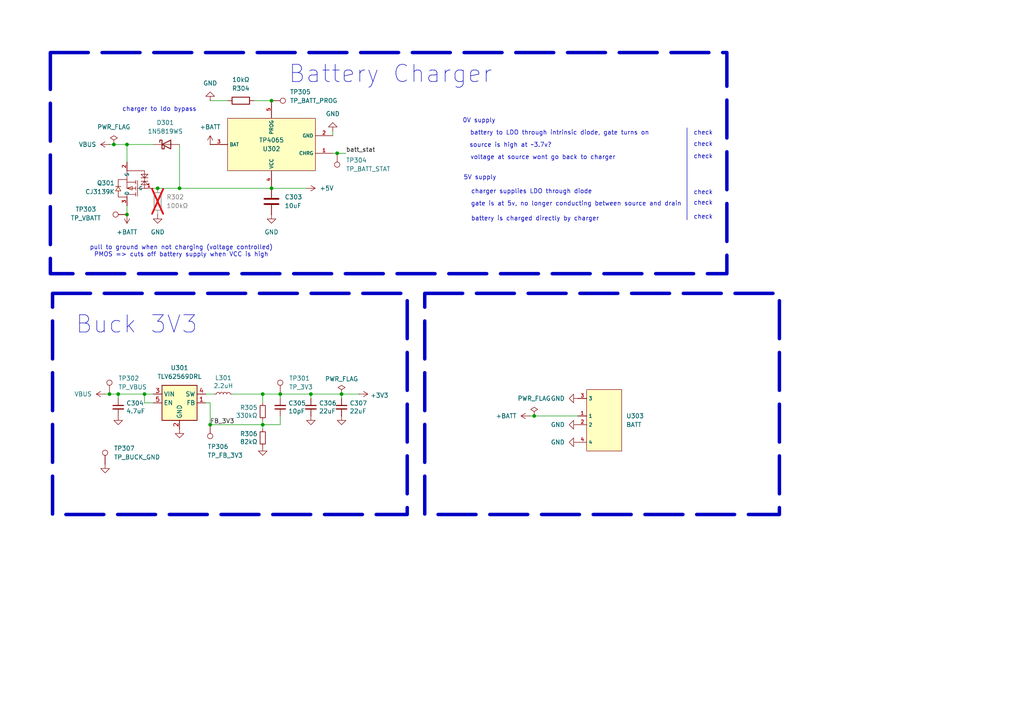
<source format=kicad_sch>
(kicad_sch (version 20231120) (generator "eeschema") (generator_version "8.0")
  (paper "A4")
  (lib_symbols
    (symbol "BM02B-SRSS-TB_(LF)(SN):BM02B-SRSS-TB_(LF)(SN)"
      (property "Reference" "U" (at 0 1.27 0))
      (property "Value" "BM02B-SRSS-TB_(LF)(SN)" (at 0 -2.54 0))
      (symbol "BM02B-SRSS-TB_(LF)(SN)_0_1"
        (rectangle (start -3.81 8.89) (end 6.35 -8.89) (fill (type background)))
        (pin unspecified line (at -6.35 1.27 0) (length 2.54) (name "1") (number "1"))
        (pin unspecified line (at -6.35 -1.27 0) (length 2.54) (name "2") (number "2"))
        (pin unspecified line (at -6.35 6.35 0) (length 2.54) (name "3") (number "3"))
        (pin unspecified line (at -6.35 -6.35 0) (length 2.54) (name "4") (number "4"))
      )
    )
    (symbol "CJ3139K:CJ3139K"
      (property "Reference" "Q" (at 0 1.27 0))
      (property "Value" "CJ3139K" (at 0 -2.54 0))
      (symbol "CJ3139K_0_1"
        (polyline (pts (xy -3.556 -1.778) (xy -1.524 -1.778)))
        (polyline (pts (xy -3.556 -0.762) (xy -1.524 -0.762)))
        (polyline (pts (xy -2.54 -3.81) (xy -2.54 1.27)))
        (polyline (pts (xy -2.54 -3.81) (xy 2.54 -3.81)))
        (polyline (pts (xy -2.54 1.27) (xy -0.508 1.27)))
        (polyline (pts (xy -0.508 3.556) (xy -0.508 -1.016)))
        (polyline (pts (xy 0 -1.016) (xy 0 0)))
        (polyline (pts (xy 0 0.762) (xy 0 1.778)))
        (polyline (pts (xy 0 2.54) (xy 0 3.556)))
        (polyline (pts (xy 2.54 -3.81) (xy 2.54 -1.27)))
        (polyline (pts (xy 2.54 -0.508) (xy 0 -0.508)))
        (polyline (pts (xy 2.54 3.048) (xy 0 3.048)))
        (polyline (pts (xy 0 1.27) (xy 2.54 1.27) (xy 2.54 -1.27)))
        (polyline (pts (xy 2.54 -1.27) (xy 5.08 -1.27) (xy 5.08 0.762)))
        (polyline (pts (xy -3.556 0.254) (xy -1.524 0.254) (xy -2.54 -0.762) (xy -3.556 0.254)))
        (polyline (pts (xy -2.54 -1.778) (xy -3.556 -2.794) (xy -1.524 -2.794) (xy -2.54 -1.778)))
        (polyline (pts (xy 2.54 1.27) (xy 1.016 1.778) (xy 1.016 0.762) (xy 2.54 1.27)) (fill (type background)))
        (polyline (pts (xy 2.54 3.048) (xy 2.54 3.81) (xy 5.08 3.81) (xy 5.08 2.032)))
        (polyline (pts (xy 5.08 0.762) (xy 5.842 2.032) (xy 4.318 2.032) (xy 5.08 0.762)) (fill (type background)))
        (polyline (pts (xy 5.842 0.762) (xy 5.588 0.762) (xy 4.572 0.762) (xy 4.318 0.762)))
        (pin unspecified line (at -5.08 1.27 0) (length 2.54) (name "G") (number "1"))
        (pin unspecified line (at 2.54 -6.35 90) (length 2.54) (name "S") (number "2"))
        (pin unspecified line (at 2.54 6.35 270) (length 2.54) (name "D") (number "3"))
      )
    )
    (symbol "Connector:TestPoint" (pin_numbers hide) (pin_names (offset 0.762) hide)
      (property "Reference" "TP" (at 0 6.858 0))
      (property "Value" "TestPoint" (at 0 5.08 0))
      (symbol "TestPoint_0_1"
        (circle (center 0 3.302) (radius 0.762))
      )
      (symbol "TestPoint_1_1"
        (pin passive line (at 0 0 90) (length 2.54) (name "1") (number "1"))
      )
    )
    (symbol "Device:C" (pin_numbers hide) (pin_names (offset 0.254))
      (property "Reference" "C" (at 0.635 2.54 0))
      (property "Value" "C" (at 0.635 -2.54 0))
      (symbol "C_0_1"
        (polyline (pts (xy -2.032 -0.762) (xy 2.032 -0.762)) (stroke (width 0.508)))
        (polyline (pts (xy -2.032 0.762) (xy 2.032 0.762)) (stroke (width 0.508)))
      )
      (symbol "C_1_1"
        (pin passive line (at 0 3.81 270) (length 2.794) (name "~") (number "1"))
        (pin passive line (at 0 -3.81 90) (length 2.794) (name "~") (number "2"))
      )
    )
    (symbol "Device:C_Small" (pin_numbers hide) (pin_names (offset 0.254) hide)
      (property "Reference" "C" (at 0.254 1.778 0))
      (property "Value" "C_Small" (at 0.254 -2.032 0))
      (symbol "C_Small_0_1"
        (polyline (pts (xy -1.524 -0.508) (xy 1.524 -0.508)) (stroke (width 0.3302)))
        (polyline (pts (xy -1.524 0.508) (xy 1.524 0.508)) (stroke (width 0.3048)))
      )
      (symbol "C_Small_1_1"
        (pin passive line (at 0 2.54 270) (length 2.032) (name "~") (number "1"))
        (pin passive line (at 0 -2.54 90) (length 2.032) (name "~") (number "2"))
      )
    )
    (symbol "Device:L_Small" (pin_numbers hide) (pin_names (offset 0.254) hide)
      (property "Reference" "L" (at 0.762 1.016 0))
      (property "Value" "L_Small" (at 0.762 -1.016 0))
      (symbol "L_Small_0_1"
        (arc (start 0 -2.032) (mid 0.5058 -1.524) (end 0 -1.016))
        (arc (start 0 -1.016) (mid 0.5058 -0.508) (end 0 0))
        (arc (start 0 0) (mid 0.5058 0.508) (end 0 1.016))
        (arc (start 0 1.016) (mid 0.5058 1.524) (end 0 2.032))
      )
      (symbol "L_Small_1_1"
        (pin passive line (at 0 2.54 270) (length 0.508) (name "~") (number "1"))
        (pin passive line (at 0 -2.54 90) (length 0.508) (name "~") (number "2"))
      )
    )
    (symbol "Device:R" (pin_numbers hide) (pin_names (offset 0))
      (property "Reference" "R" (at 2.032 0 90))
      (property "Value" "R" (at 0 0 90))
      (symbol "R_0_1"
        (rectangle (start -1.016 -2.54) (end 1.016 2.54) (stroke (width 0.254)))
      )
      (symbol "R_1_1"
        (pin passive line (at 0 3.81 270) (length 1.27) (name "~") (number "1"))
        (pin passive line (at 0 -3.81 90) (length 1.27) (name "~") (number "2"))
      )
    )
    (symbol "Device:R_Small" (pin_numbers hide) (pin_names (offset 0.254) hide)
      (property "Reference" "R" (at 0.762 0.508 0))
      (property "Value" "R_Small" (at 0.762 -1.016 0))
      (symbol "R_Small_0_1"
        (rectangle (start -0.762 1.778) (end 0.762 -1.778) (stroke (width 0.2032)))
      )
      (symbol "R_Small_1_1"
        (pin passive line (at 0 2.54 270) (length 0.762) (name "~") (number "1"))
        (pin passive line (at 0 -2.54 90) (length 0.762) (name "~") (number "2"))
      )
    )
    (symbol "Diode:1N5819WS" (pin_numbers hide) (pin_names (offset 1.016) hide)
      (property "Reference" "D" (at 0 2.54 0))
      (property "Value" "1N5819WS" (at 0 -2.54 0))
      (symbol "1N5819WS_0_1"
        (polyline (pts (xy 1.27 0) (xy -1.27 0)))
        (polyline (pts (xy 1.27 1.27) (xy 1.27 -1.27) (xy -1.27 0) (xy 1.27 1.27)) (stroke (width 0.254)))
        (polyline (pts (xy -1.905 0.635) (xy -1.905 1.27) (xy -1.27 1.27) (xy -1.27 -1.27) (xy -0.635 -1.27) (xy -0.635 -0.635)) (stroke (width 0.254)))
      )
      (symbol "1N5819WS_1_1"
        (pin passive line (at -3.81 0 0) (length 2.54) (name "K") (number "1"))
        (pin passive line (at 3.81 0 180) (length 2.54) (name "A") (number "2"))
      )
    )
    (symbol "Regulator_Switching:TLV62569DRL"
      (property "Reference" "U" (at -5.08 6.35 0))
      (property "Value" "TLV62569DRL" (at 0 6.35 0))
      (symbol "TLV62569DRL_0_1"
        (rectangle (start -5.08 5.08) (end 5.08 -5.08) (stroke (width 0.254)) (fill (type background)))
      )
      (symbol "TLV62569DRL_1_1"
        (pin input line (at 7.62 0 180) (length 2.54) (name "FB") (number "1"))
        (pin power_in line (at 0 -7.62 90) (length 2.54) (name "GND") (number "2"))
        (pin power_in line (at -7.62 2.54 0) (length 2.54) (name "VIN") (number "3"))
        (pin power_out line (at 7.62 2.54 180) (length 2.54) (name "SW") (number "4"))
        (pin input line (at -7.62 0 0) (length 2.54) (name "EN") (number "5"))
        (pin no_connect line (at 5.08 -2.54 180) (length 2.54) hide (name "NC") (number "6"))
      )
    )
    (symbol "TP4065:TP4065"
      (property "Reference" "U" (at 0 1.27 0))
      (property "Value" "TP4065" (at 0 -2.54 0))
      (symbol "TP4065_0_1"
        (rectangle (start -12.7 7.62) (end 12.7 -7.62) (fill (type background)))
        (pin unspecified line (at -17.78 2.54 0) (length 5.08) (name "CHRG") (number "1"))
        (pin unspecified line (at -17.78 -2.54 0) (length 5.08) (name "GND") (number "2"))
        (pin unspecified line (at 17.78 0 180) (length 5.08) (name "BAT") (number "3"))
        (pin unspecified line (at 0 12.7 270) (length 5.08) (name "VCC") (number "4"))
        (pin unspecified line (at 0 -12.7 90) (length 5.08) (name "PROG") (number "5"))
      )
    )
    (symbol "power:+3V3" (power) (pin_numbers hide) (pin_names (offset 0) hide)
      (property "Value" "+3V3" (at 0 3.556 0))
      (symbol "+3V3_0_1"
        (polyline (pts (xy -0.762 1.27) (xy 0 2.54)))
        (polyline (pts (xy 0 0) (xy 0 2.54)))
        (polyline (pts (xy 0 2.54) (xy 0.762 1.27)))
      )
      (symbol "+3V3_1_1"
        (pin power_in line (at 0 0 90) (length 0) (name "~") (number "1"))
      )
    )
    (symbol "power:+5V" (power) (pin_numbers hide) (pin_names (offset 0) hide)
      (property "Value" "+5V" (at 0 3.556 0))
      (symbol "+5V_0_1"
        (polyline (pts (xy -0.762 1.27) (xy 0 2.54)))
        (polyline (pts (xy 0 0) (xy 0 2.54)))
        (polyline (pts (xy 0 2.54) (xy 0.762 1.27)))
      )
      (symbol "+5V_1_1"
        (pin power_in line (at 0 0 90) (length 0) (name "~") (number "1"))
      )
    )
    (symbol "power:+BATT" (power) (pin_numbers hide) (pin_names (offset 0) hide)
      (property "Value" "+BATT" (at 0 3.556 0))
      (symbol "+BATT_0_1"
        (polyline (pts (xy -0.762 1.27) (xy 0 2.54)))
        (polyline (pts (xy 0 0) (xy 0 2.54)))
        (polyline (pts (xy 0 2.54) (xy 0.762 1.27)))
      )
      (symbol "+BATT_1_1"
        (pin power_in line (at 0 0 90) (length 0) (name "~") (number "1"))
      )
    )
    (symbol "power:GND" (power) (pin_numbers hide) (pin_names (offset 0) hide)
      (property "Value" "GND" (at 0 -3.81 0))
      (symbol "GND_0_1"
        (polyline (pts (xy 0 0) (xy 0 -1.27) (xy 1.27 -1.27) (xy 0 -2.54) (xy -1.27 -1.27) (xy 0 -1.27)))
      )
      (symbol "GND_1_1"
        (pin power_in line (at 0 0 270) (length 0) (name "~") (number "1"))
      )
    )
    (symbol "power:PWR_FLAG" (power) (pin_numbers hide) (pin_names (offset 0) hide)
      (property "Value" "PWR_FLAG" (at 0 3.81 0))
      (symbol "PWR_FLAG_0_0"
        (pin power_out line (at 0 0 90) (length 0) (name "~") (number "1"))
      )
      (symbol "PWR_FLAG_0_1"
        (polyline (pts (xy 0 0) (xy 0 1.27) (xy -1.016 1.905) (xy 0 2.54) (xy 1.016 1.905) (xy 0 1.27)))
      )
    )
    (symbol "power:VBUS" (power) (pin_numbers hide) (pin_names (offset 0) hide)
      (property "Value" "VBUS" (at 0 3.556 0))
      (symbol "VBUS_0_1"
        (polyline (pts (xy -0.762 1.27) (xy 0 2.54)))
        (polyline (pts (xy 0 0) (xy 0 2.54)))
        (polyline (pts (xy 0 2.54) (xy 0.762 1.27)))
      )
      (symbol "VBUS_1_1"
        (pin power_in line (at 0 0 90) (length 0) (name "~") (number "1"))
      )
    )
  )
  (junction (at 99.06 114.3))
  (junction (at 90.17 114.3))
  (junction (at 76.2 114.3))
  (junction (at 78.74 29.21))
  (junction (at 60.96 123.19))
  (junction (at 45.72 54.61))
  (junction (at 33.02 41.91))
  (junction (at 81.28 114.3))
  (junction (at 78.74 54.61))
  (junction (at 34.29 114.3))
  (junction (at 41.91 114.3))
  (junction (at 36.83 62.23))
  (junction (at 52.07 54.61))
  (junction (at 76.2 123.19))
  (junction (at 31.75 114.3))
  (junction (at 36.83 41.91))
  (junction (at 154.94 120.65))
  (junction (at 97.79 44.45))
  (wire (pts (xy 45.72 54.61) (xy 52.07 54.61)))
  (wire (pts (xy 81.28 123.19) (xy 76.2 123.19)))
  (wire (pts (xy 33.02 41.91) (xy 36.83 41.91)))
  (wire (pts (xy 60.96 116.84) (xy 59.69 116.84)))
  (wire (pts (xy 41.91 114.3) (xy 44.45 114.3)))
  (wire (pts (xy 67.31 114.3) (xy 76.2 114.3)))
  (wire (pts (xy 52.07 41.91) (xy 52.07 54.61)))
  (wire (pts (xy 99.06 115.57) (xy 99.06 114.3)))
  (wire (pts (xy 41.91 116.84) (xy 41.91 114.3)))
  (wire (pts (xy 154.94 120.65) (xy 167.64 120.65)))
  (wire (pts (xy 76.2 116.84) (xy 76.2 114.3)))
  (wire (pts (xy 34.29 114.3) (xy 31.75 114.3)))
  (wire (pts (xy 36.83 62.23) (xy 36.83 59.69)))
  (wire (pts (xy 36.83 41.91) (xy 44.45 41.91)))
  (wire (pts (xy 60.96 123.19) (xy 60.96 116.84)))
  (wire (pts (xy 76.2 114.3) (xy 81.28 114.3)))
  (wire (pts (xy 31.75 114.3) (xy 30.48 114.3)))
  (wire (pts (xy 52.07 54.61) (xy 78.74 54.61)))
  (wire (pts (xy 60.96 29.21) (xy 66.04 29.21)))
  (wire (pts (xy 104.14 114.3) (xy 99.06 114.3)))
  (wire (pts (xy 88.9 54.61) (xy 78.74 54.61)))
  (wire (pts (xy 44.45 54.61) (xy 45.72 54.61)))
  (wire (pts (xy 34.29 115.57) (xy 34.29 114.3)))
  (wire (pts (xy 81.28 115.57) (xy 81.28 114.3)))
  (wire (pts (xy 31.75 41.91) (xy 33.02 41.91)))
  (polyline (pts (xy 199.263 37.084) (xy 199.263 63.754)))
  (wire (pts (xy 96.52 38.1) (xy 96.52 39.37)))
  (wire (pts (xy 81.28 114.3) (xy 90.17 114.3)))
  (wire (pts (xy 36.83 41.91) (xy 36.83 46.99)))
  (wire (pts (xy 76.2 123.19) (xy 76.2 124.46)))
  (wire (pts (xy 90.17 115.57) (xy 90.17 114.3)))
  (wire (pts (xy 59.69 114.3) (xy 62.23 114.3)))
  (wire (pts (xy 153.67 120.65) (xy 154.94 120.65)))
  (wire (pts (xy 41.91 114.3) (xy 34.29 114.3)))
  (wire (pts (xy 76.2 121.92) (xy 76.2 123.19)))
  (wire (pts (xy 100.33 44.45) (xy 97.79 44.45)))
  (wire (pts (xy 81.28 120.65) (xy 81.28 123.19)))
  (wire (pts (xy 44.45 116.84) (xy 41.91 116.84)))
  (wire (pts (xy 60.96 123.19) (xy 76.2 123.19)))
  (wire (pts (xy 73.66 29.21) (xy 78.74 29.21)))
  (wire (pts (xy 97.79 44.45) (xy 96.52 44.45)))
  (wire (pts (xy 99.06 114.3) (xy 90.17 114.3)))
  (rectangle (start 14.605 15.24) (end 210.82 79.375) (stroke (width 1) (type dash)))
  (rectangle (start 15.24 85.09) (end 118.11 149.225) (stroke (width 1) (type dash)))
  (rectangle (start 123.19 85.09) (end 226.06 149.225) (stroke (width 1) (type dash)))
  (text "check" (at 203.962 38.608 0) (effects (font (size 1.27 1.27))))
  (text "charger supplies LDO through diode" (at 154.178 55.626 0) (effects (font (size 1.27 1.27))))
  (text "check" (at 203.962 45.466 0) (effects (font (size 1.27 1.27))))
  (text "pull to ground when not charging (voltage controlled)\nPMOS => cuts off battery supply when VCC is high\n" (at 52.578 72.898 0) (effects (font (size 1.27 1.27))))
  (text "0V supply" (at 138.938 35.052 0) (effects (font (size 1.27 1.27))))
  (text "Buck 3V3" (at 39.624 94.234 0) (effects (font (size 5 5))))
  (text "source is high at ~3.7v?" (at 148.082 42.164 0) (effects (font (size 1.27 1.27))))
  (text "Battery Charger" (at 113.284 21.59 0) (effects (font (size 5 5))))
  (text "check" (at 203.962 62.992 0) (effects (font (size 1.27 1.27))))
  (text "gate is at 5v, no longer conducting between source and drain" (at 167.132 59.182 0) (effects (font (size 1.27 1.27))))
  (text "battery to LDO through intrinsic diode, gate turns on" (at 162.306 38.608 0) (effects (font (size 1.27 1.27))))
  (text "check" (at 203.962 58.928 0) (effects (font (size 1.27 1.27))))
  (text "check" (at 203.962 55.88 0) (effects (font (size 1.27 1.27))))
  (text "charger to ldo bypass" (at 46.228 31.75 0) (effects (font (size 1.27 1.27))))
  (text "battery is charged directly by charger" (at 155.194 63.5 0) (effects (font (size 1.27 1.27))))
  (text "voltage at source wont go back to charger" (at 157.48 45.72 0) (effects (font (size 1.27 1.27))))
  (text "5V supply" (at 139.192 51.562 0) (effects (font (size 1.27 1.27))))
  (text "check" (at 203.962 41.91 0) (effects (font (size 1.27 1.27))))
  (label "batt_stat" (at 100.33 44.45 0))
  (label "FB_3V3" (at 60.96 123.19 0))
  (symbol (lib_id "Device:R_Small") (at 76.2 127 0) (mirror x) (unit 1)
    (property "Reference" "R306" (at 74.7268 125.8316 0) (effects (justify right)))
    (property "Value" "82kΩ" (at 74.7268 128.143 0) (effects (justify right)))
    (property "Footprint" "Resistor_SMD:R_0603_1608Metric" (effects (hide yes)))
    (property "Description" "Resistor, small symbol" (effects (hide yes)))
  )
  (symbol (lib_id "power:GND") (at 76.2 129.54 0) (unit 1)
    (property "Reference" "#PWR0317" (effects (hide yes)))
    (property "Value" "GND" (effects (hide yes)))
    (property "Description" "Power symbol creates a global label with name \"GND\" , ground" (effects (hide yes)))
  )
  (symbol (lib_id "power:GND") (at 30.48 134.62 0) (unit 1)
    (property "Reference" "#PWR0303" (effects (hide yes)))
    (property "Value" "GND" (effects (hide yes)))
    (property "Description" "Power symbol creates a global label with name \"GND\" , ground" (effects (hide yes)))
  )
  (symbol (lib_id "power:GND") (at 52.07 124.46 0) (unit 1)
    (property "Reference" "#PWR0316" (effects (hide yes)))
    (property "Value" "GND" (effects (hide yes)))
    (property "Description" "Power symbol creates a global label with name \"GND\" , ground" (effects (hide yes)))
  )
  (symbol (lib_id "TP4065:TP4065") (at 78.74 41.91 180) (unit 1)
    (property "Reference" "U302" (at 78.74 43.18 0))
    (property "Value" "TP4065" (at 78.74 40.64 0))
    (property "Footprint" "footprints:SOT-23-5_L3.0-W1.7-P0.95-LS2.8-BR" (effects (hide yes)))
    (property "Datasheet" "https://item.szlcsc.com/236104.html" (effects (hide yes)))
    (property "LCSC" "C113540" (effects (hide yes)))
  )
  (symbol (lib_id "power:GND") (at 45.72 62.23 0) (unit 1)
    (property "Reference" "#PWR0308" (effects (hide yes)))
    (property "Value" "GND" (at 45.72 67.31 0))
    (property "Description" "Power symbol creates a global label with name \"GND\" , ground" (effects (hide yes)))
  )
  (symbol (lib_id "Connector:TestPoint") (at 36.83 62.23 90) (unit 1)
    (property "Reference" "TP303" (at 24.892 60.706 90))
    (property "Value" "TP_VBATT" (at 24.892 63.246 90))
    (property "Footprint" "Connector_Pin:Pin_D1.0mm_L10.0mm" (effects (hide yes)))
    (property "Description" "test point" (effects (hide yes)))
  )
  (symbol (lib_id "power:VBUS") (at 30.48 114.3 90) (unit 1)
    (property "Reference" "#PWR0302" (effects (hide yes)))
    (property "Value" "VBUS" (at 26.67 114.2999 90) (effects (justify left)))
    (property "Description" "Power symbol creates a global label with name \"VBUS\"" (effects (hide yes)))
  )
  (symbol (lib_id "CJ3139K:CJ3139K") (at 39.37 53.34 180) (unit 1)
    (property "Reference" "Q301" (at 33.274 53.086 0) (effects (justify left)))
    (property "Value" "CJ3139K" (at 33.274 55.626 0) (effects (justify left)))
    (property "Footprint" "footprints:SOT-723_L1.2-W0.8-P0.40-LS1.2-BR" (effects (hide yes)))
    (property "Datasheet" "https://item.szlcsc.com/232443.html" (effects (hide yes)))
    (property "LCSC" "C70022" (effects (hide yes)))
  )
  (symbol (lib_id "Device:L_Small") (at 64.77 114.3 90) (unit 1)
    (property "Reference" "L301" (at 64.77 109.601 90))
    (property "Value" "2.2uH" (at 64.77 111.9124 90))
    (property "Footprint" "footprints:IND-SMD_L2.5-W2.0_WPN252012H" (effects (hide yes)))
    (property "Description" "Inductor, small symbol" (effects (hide yes)))
    (property "MFPN" "‎CIGT201610EH2R2MNE‎" (effects (hide yes)))
  )
  (symbol (lib_id "Regulator_Switching:TLV62569DRL") (at 52.07 116.84 0) (unit 1)
    (property "Reference" "U301" (at 52.07 106.68 0))
    (property "Value" "TLV62569DRL" (at 52.07 109.22 0))
    (property "Footprint" "Package_TO_SOT_SMD:SOT-563" (effects (hide yes)))
    (property "Datasheet" "http://www.ti.com/lit/ds/symlink/tlv62569.pdf" (effects (hide yes)))
    (property "Description" "High Efficiency Synchronous Buck Converter, Adjustable Output 0.6V-5.5V, 2A, SOT-563-6" (effects (hide yes)))
  )
  (symbol (lib_id "Device:R_Small") (at 76.2 119.38 0) (mirror x) (unit 1)
    (property "Reference" "R305" (at 74.7268 118.2116 0) (effects (justify right)))
    (property "Value" "330kΩ" (at 74.7268 120.523 0) (effects (justify right)))
    (property "Footprint" "Resistor_SMD:R_0603_1608Metric" (effects (hide yes)))
    (property "Description" "Resistor, small symbol" (effects (hide yes)))
  )
  (symbol (lib_id "power:PWR_FLAG") (at 154.94 120.65 0) (unit 1)
    (property "Reference" "#FLG0302" (effects (hide yes)))
    (property "Value" "PWR_FLAG" (at 154.94 115.57 0))
    (property "Description" "Special symbol for telling ERC where power comes from" (effects (hide yes)))
  )
  (symbol (lib_id "power:GND") (at 96.52 38.1 180) (unit 1)
    (property "Reference" "#PWR0313" (effects (hide yes)))
    (property "Value" "GND" (at 96.52 33.02 0))
    (property "Description" "Power symbol creates a global label with name \"GND\" , ground" (effects (hide yes)))
  )
  (symbol (lib_id "Device:C") (at 78.74 58.42 0) (unit 1)
    (property "Reference" "C303" (at 82.55 57.1499 0) (effects (justify left)))
    (property "Value" "10uF" (at 82.55 59.6899 0) (effects (justify left)))
    (property "Footprint" "Capacitor_SMD:C_0603_1608Metric" (effects (hide yes)))
    (property "Description" "Unpolarized capacitor" (effects (hide yes)))
  )
  (symbol (lib_id "Connector:TestPoint") (at 78.74 29.21 270) (unit 1)
    (property "Reference" "TP305" (at 84.074 26.67 90) (effects (justify left)))
    (property "Value" "TP_BATT_PROG" (at 84.074 29.21 90) (effects (justify left)))
    (property "Footprint" "Connector_Pin:Pin_D1.0mm_L10.0mm" (effects (hide yes)))
    (property "Description" "test point" (effects (hide yes)))
  )
  (symbol (lib_id "Connector:TestPoint") (at 31.75 114.3 0) (unit 1)
    (property "Reference" "TP302" (at 34.29 109.7279 0) (effects (justify left)))
    (property "Value" "TP_VBUS" (at 34.29 112.2679 0) (effects (justify left)))
    (property "Footprint" "Connector_Pin:Pin_D1.0mm_L10.0mm" (effects (hide yes)))
    (property "Description" "test point" (effects (hide yes)))
  )
  (symbol (lib_id "power:+3V3") (at 104.14 114.3 270) (unit 1)
    (property "Reference" "#PWR0320" (effects (hide yes)))
    (property "Value" "+3V3" (at 107.3912 114.681 90) (effects (justify left)))
    (property "Description" "Power symbol creates a global label with name \"+3V3\"" (effects (hide yes)))
  )
  (symbol (lib_id "Device:C_Small") (at 90.17 118.11 0) (unit 1)
    (property "Reference" "C306" (at 92.5068 116.9416 0) (effects (justify left)))
    (property "Value" "22uF" (at 92.5068 119.253 0) (effects (justify left)))
    (property "Footprint" "Capacitor_SMD:C_0603_1608Metric" (effects (hide yes)))
    (property "Description" "Unpolarized capacitor, small symbol" (effects (hide yes)))
  )
  (symbol (lib_id "power:VBUS") (at 31.75 41.91 90) (unit 1)
    (property "Reference" "#PWR0301" (effects (hide yes)))
    (property "Value" "VBUS" (at 27.94 41.9099 90) (effects (justify left)))
    (property "Description" "Power symbol creates a global label with name \"VBUS\"" (effects (hide yes)))
  )
  (symbol (lib_id "power:+BATT") (at 153.67 120.65 90) (unit 1)
    (property "Reference" "#PWR0304" (effects (hide yes)))
    (property "Value" "+BATT" (at 149.86 120.6499 90) (effects (justify left)))
    (property "Description" "Power symbol creates a global label with name \"+BATT\"" (effects (hide yes)))
  )
  (symbol (lib_id "Device:R") (at 45.72 58.42 0) (unit 1) (dnp yes)
    (property "Reference" "R302" (at 48.26 57.1499 0) (effects (justify left)))
    (property "Value" "100kΩ" (at 48.26 59.6899 0) (effects (justify left)))
    (property "Footprint" "Inductor_SMD:L_0402_1005Metric" (effects (hide yes)))
    (property "Description" "Resistor" (effects (hide yes)))
  )
  (symbol (lib_id "Diode:1N5819WS") (at 48.26 41.91 0) (unit 1)
    (property "Reference" "D301" (at 47.9425 35.56 0))
    (property "Value" "1N5819WS" (at 47.9425 38.1 0))
    (property "Footprint" "Diode_SMD:D_SOD-323" (effects (hide yes)))
    (property "Datasheet" "https://datasheet.lcsc.com/lcsc/2204281430_Guangdong-Hottech-1N5819WS_C191023.pdf" (effects (hide yes)))
    (property "Description" "40V 600mV@1A 1A SOD-323 Schottky Barrier Diodes, SOD-323" (effects (hide yes)))
  )
  (symbol (lib_id "BM02B-SRSS-TB_(LF)(SN):BM02B-SRSS-TB_(LF)(SN)") (at 173.99 121.92 0) (unit 1)
    (property "Reference" "U303" (at 181.61 120.6499 0) (effects (justify left)))
    (property "Value" "BATT" (at 181.61 123.1899 0) (effects (justify left)))
    (property "Footprint" "footprints:CONN-TH_BM02B-SRSS-TB-LF-SN" (effects (hide yes)))
    (property "Datasheet" "https://item.szlcsc.com/171768.html" (effects (hide yes)))
    (property "LCSC" "C160388" (effects (hide yes)))
  )
  (symbol (lib_id "power:GND") (at 90.17 120.65 0) (unit 1)
    (property "Reference" "#PWR0318" (effects (hide yes)))
    (property "Value" "GND" (effects (hide yes)))
    (property "Description" "Power symbol creates a global label with name \"GND\" , ground" (effects (hide yes)))
  )
  (symbol (lib_id "Connector:TestPoint") (at 30.48 134.62 0) (unit 1)
    (property "Reference" "TP307" (at 33.02 130.0479 0) (effects (justify left)))
    (property "Value" "TP_BUCK_GND" (at 33.02 132.5879 0) (effects (justify left)))
    (property "Footprint" "Connector_Pin:Pin_D1.0mm_L10.0mm" (effects (hide yes)))
    (property "Description" "test point" (effects (hide yes)))
  )
  (symbol (lib_id "power:GND") (at 34.29 120.65 0) (unit 1)
    (property "Reference" "#PWR0315" (effects (hide yes)))
    (property "Value" "GND" (effects (hide yes)))
    (property "Description" "Power symbol creates a global label with name \"GND\" , ground" (effects (hide yes)))
  )
  (symbol (lib_id "power:+BATT") (at 60.96 41.91 0) (unit 1)
    (property "Reference" "#PWR0309" (effects (hide yes)))
    (property "Value" "+BATT" (at 60.96 36.83 0))
    (property "Description" "Power symbol creates a global label with name \"+BATT\"" (effects (hide yes)))
  )
  (symbol (lib_id "power:GND") (at 167.64 115.57 270) (unit 1)
    (property "Reference" "#PWR0310" (effects (hide yes)))
    (property "Value" "GND" (at 163.83 115.5699 90) (effects (justify right)))
    (property "Description" "Power symbol creates a global label with name \"GND\" , ground" (effects (hide yes)))
  )
  (symbol (lib_id "power:GND") (at 99.06 120.65 0) (unit 1)
    (property "Reference" "#PWR0319" (effects (hide yes)))
    (property "Value" "GND" (effects (hide yes)))
    (property "Description" "Power symbol creates a global label with name \"GND\" , ground" (effects (hide yes)))
  )
  (symbol (lib_id "Connector:TestPoint") (at 81.28 114.3 0) (unit 1)
    (property "Reference" "TP301" (at 83.82 109.7279 0) (effects (justify left)))
    (property "Value" "TP_3V3" (at 83.82 112.2679 0) (effects (justify left)))
    (property "Footprint" "Connector_Pin:Pin_D1.0mm_L10.0mm" (effects (hide yes)))
    (property "Description" "test point" (effects (hide yes)))
  )
  (symbol (lib_id "Connector:TestPoint") (at 60.96 123.19 180) (unit 1)
    (property "Reference" "TP306" (at 60.198 129.54 0) (effects (justify right)))
    (property "Value" "TP_FB_3V3" (at 60.198 132.08 0) (effects (justify right)))
    (property "Footprint" "Connector_Pin:Pin_D1.0mm_L10.0mm" (effects (hide yes)))
    (property "Description" "test point" (effects (hide yes)))
  )
  (symbol (lib_id "power:GND") (at 167.64 123.19 270) (unit 1)
    (property "Reference" "#PWR0306" (effects (hide yes)))
    (property "Value" "GND" (at 163.83 123.1899 90) (effects (justify right)))
    (property "Description" "Power symbol creates a global label with name \"GND\" , ground" (effects (hide yes)))
  )
  (symbol (lib_id "Connector:TestPoint") (at 97.79 44.45 180) (unit 1)
    (property "Reference" "TP304" (at 100.33 46.4819 0) (effects (justify right)))
    (property "Value" "TP_BATT_STAT" (at 100.33 49.0219 0) (effects (justify right)))
    (property "Footprint" "Connector_Pin:Pin_D1.0mm_L10.0mm" (effects (hide yes)))
    (property "Description" "test point" (effects (hide yes)))
  )
  (symbol (lib_id "power:GND") (at 78.74 62.23 0) (unit 1)
    (property "Reference" "#PWR0312" (effects (hide yes)))
    (property "Value" "GND" (at 78.74 67.31 0))
    (property "Description" "Power symbol creates a global label with name \"GND\" , ground" (effects (hide yes)))
  )
  (symbol (lib_id "Device:C_Small") (at 99.06 118.11 0) (unit 1)
    (property "Reference" "C307" (at 101.3968 116.9416 0) (effects (justify left)))
    (property "Value" "22uF" (at 101.3968 119.253 0) (effects (justify left)))
    (property "Footprint" "Capacitor_SMD:C_0603_1608Metric" (effects (hide yes)))
    (property "Description" "Unpolarized capacitor, small symbol" (effects (hide yes)))
  )
  (symbol (lib_id "power:+5V") (at 88.9 54.61 270) (unit 1)
    (property "Reference" "#PWR0305" (effects (hide yes)))
    (property "Value" "+5V" (at 92.71 54.6099 90) (effects (justify left)))
    (property "Description" "Power symbol creates a global label with name \"+5V\"" (effects (hide yes)))
  )
  (symbol (lib_id "power:PWR_FLAG") (at 99.06 114.3 0) (unit 1)
    (property "Reference" "#FLG0301" (effects (hide yes)))
    (property "Value" "PWR_FLAG" (at 99.06 109.9058 0))
    (property "Description" "Special symbol for telling ERC where power comes from" (effects (hide yes)))
  )
  (symbol (lib_id "Device:C_Small") (at 34.29 118.11 0) (unit 1)
    (property "Reference" "C304" (at 36.6268 116.9416 0) (effects (justify left)))
    (property "Value" "4.7uF" (at 36.6268 119.253 0) (effects (justify left)))
    (property "Footprint" "Capacitor_SMD:C_0603_1608Metric" (effects (hide yes)))
    (property "Description" "Unpolarized capacitor, small symbol" (effects (hide yes)))
  )
  (symbol (lib_id "power:+BATT") (at 36.83 62.23 180) (unit 1)
    (property "Reference" "#PWR0307" (effects (hide yes)))
    (property "Value" "+BATT" (at 36.83 67.31 0))
    (property "Description" "Power symbol creates a global label with name \"+BATT\"" (effects (hide yes)))
  )
  (symbol (lib_id "power:GND") (at 167.64 128.27 270) (unit 1)
    (property "Reference" "#PWR0314" (effects (hide yes)))
    (property "Value" "GND" (at 163.83 128.2699 90) (effects (justify right)))
    (property "Description" "Power symbol creates a global label with name \"GND\" , ground" (effects (hide yes)))
  )
  (symbol (lib_id "power:PWR_FLAG") (at 33.02 41.91 0) (unit 1)
    (property "Reference" "#FLG0303" (effects (hide yes)))
    (property "Value" "PWR_FLAG" (at 33.02 36.83 0))
    (property "Description" "Special symbol for telling ERC where power comes from" (effects (hide yes)))
  )
  (symbol (lib_id "Device:C_Small") (at 81.28 118.11 180) (unit 1)
    (property "Reference" "C305" (at 83.6168 116.9416 0) (effects (justify right)))
    (property "Value" "10pF" (at 83.6168 119.253 0) (effects (justify right)))
    (property "Footprint" "Capacitor_SMD:C_0402_1005Metric" (effects (hide yes)))
    (property "Description" "Unpolarized capacitor, small symbol" (effects (hide yes)))
    (property "Comment" "C0G,50V" (effects (hide yes)))
    (property "MFPN" "GCM1555C1H150JA16D" (effects (hide yes)))
    (property "Manufacturer" "Murata Electronics" (effects (hide yes)))
  )
  (symbol (lib_id "power:GND") (at 60.96 29.21 180) (unit 1)
    (property "Reference" "#PWR0311" (effects (hide yes)))
    (property "Value" "GND" (at 60.96 24.13 0))
    (property "Description" "Power symbol creates a global label with name \"GND\" , ground" (effects (hide yes)))
  )
  (symbol (lib_id "Device:R") (at 69.85 29.21 270) (unit 1)
    (property "Reference" "R304" (at 69.85 25.654 90))
    (property "Value" "10kΩ" (at 69.85 23.114 90))
    (property "Footprint" "Inductor_SMD:L_0402_1005Metric" (effects (hide yes)))
    (property "Description" "Resistor" (effects (hide yes)))
  )
)
</source>
